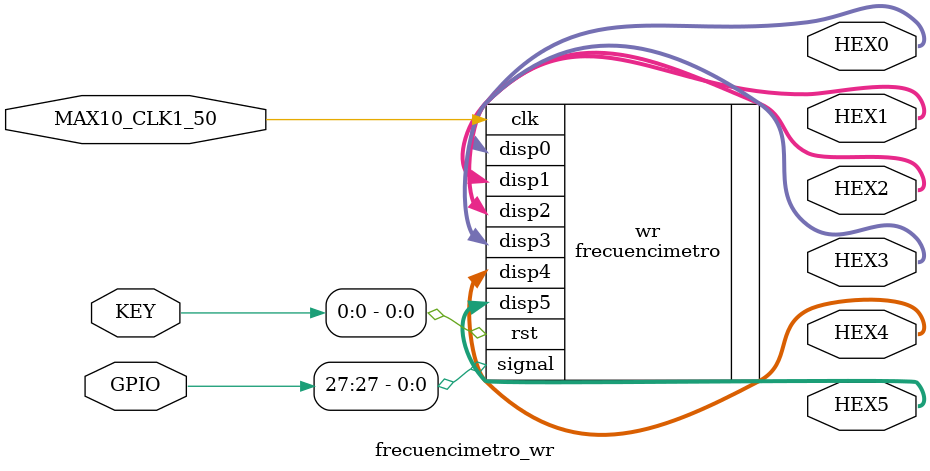
<source format=v>
module frecuencimetro_wr (
	input MAX10_CLK1_50,
	input [1:0] KEY,
	input [35:0] GPIO,
	output [0:6] HEX0,HEX1,HEX2,HEX3,HEX4,HEX5
);

	frecuencimetro wr (
		.clk(MAX10_CLK1_50),
		.rst(KEY[0]),
		.signal(GPIO[27]),
		.disp0(HEX0),
		.disp1(HEX1),
		.disp2(HEX2),
		.disp3(HEX3),
		.disp4(HEX4),
		.disp5(HEX5)
	);

endmodule
</source>
